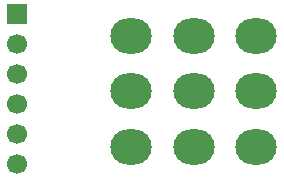
<source format=gbr>
%TF.GenerationSoftware,KiCad,Pcbnew,9.0.6*%
%TF.CreationDate,2025-11-22T22:33:35-06:00*%
%TF.ProjectId,switch,73776974-6368-42e6-9b69-6361645f7063,0.6.1*%
%TF.SameCoordinates,Original*%
%TF.FileFunction,Soldermask,Bot*%
%TF.FilePolarity,Negative*%
%FSLAX46Y46*%
G04 Gerber Fmt 4.6, Leading zero omitted, Abs format (unit mm)*
G04 Created by KiCad (PCBNEW 9.0.6) date 2025-11-22 22:33:35*
%MOMM*%
%LPD*%
G01*
G04 APERTURE LIST*
%ADD10O,3.500000X3.000000*%
%ADD11R,1.700000X1.700000*%
%ADD12C,1.700000*%
G04 APERTURE END LIST*
D10*
%TO.C,SW1*%
X127100000Y-97425000D03*
X127100000Y-102125000D03*
X127100000Y-106825000D03*
X132400000Y-97425000D03*
X132400000Y-102125000D03*
X132400000Y-106825000D03*
X137700000Y-97425000D03*
X137700000Y-102125000D03*
X137700000Y-106825000D03*
%TD*%
D11*
%TO.C,J2*%
X117410000Y-95575000D03*
D12*
X117410000Y-98115000D03*
X117410000Y-100655000D03*
X117410000Y-103195000D03*
X117410000Y-105735000D03*
X117410000Y-108275000D03*
%TD*%
M02*

</source>
